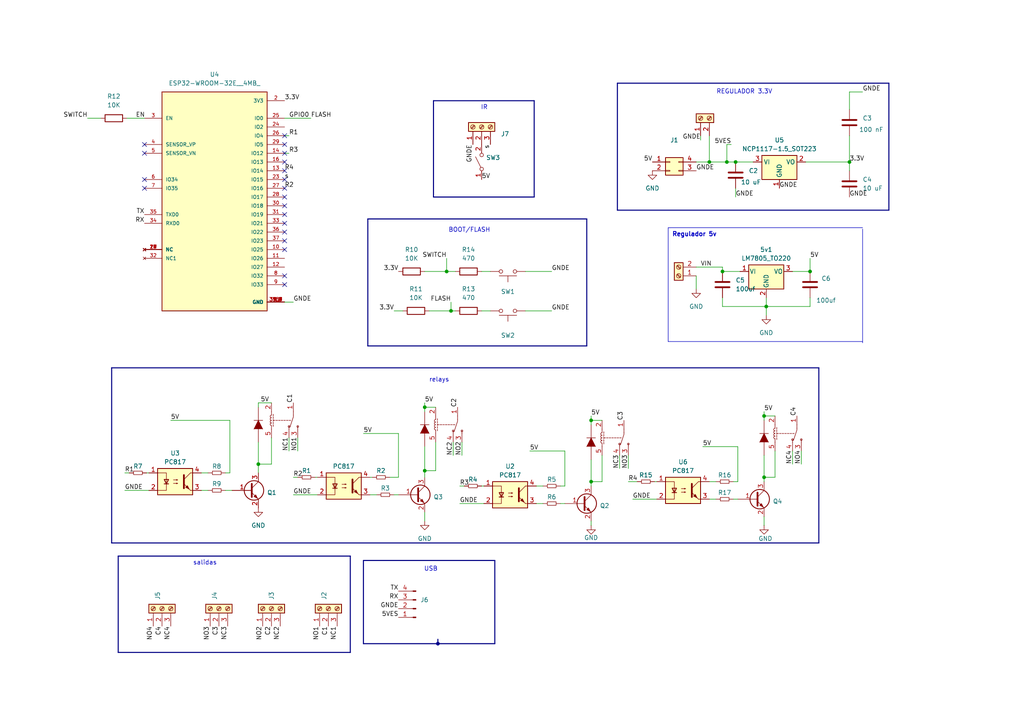
<source format=kicad_sch>
(kicad_sch (version 20250114) (generator "eeschema") (generator_version "9.0")
  (paper "A4")
  (title_block (title "Automatización WiFi") (company "Facundo Alliana / ECU Labs"))
  (lib_symbols
    (symbol "2N3904_1" (pin_names (offset 0) (hide yes))
      (property "Reference" "Q4" (at 5.08 -0.635 0))
      (symbol "2N3904_1_0_1"
        (polyline (pts (xy 0.635 1.905) (xy 0.635 -1.905) (xy 0.635 -1.905)) (stroke (width 0.508)))
        (polyline (pts (xy 0.635 0.635) (xy 2.54 2.54)))
        (polyline (pts (xy 0.635 -0.635) (xy 2.54 -2.54) (xy 2.54 -2.54)))
        (circle (center 1.27 0) (radius 2.8194) (stroke (width 0.254)))
        (polyline (pts (xy 1.27 -1.778) (xy 1.778 -1.27) (xy 2.286 -2.286) (xy 1.27 -1.778) (xy 1.27 -1.778)) (fill (type outline)))
      )
      (symbol "2N3904_1_1_1"
        (pin passive line (at -5.08 0 0) (length 5.715) (name "B") (number "1"))
        (pin passive line (at 2.54 5.08 270) (length 2.54) (name "C") (number "3"))
        (pin passive line (at 2.54 -5.08 90) (length 2.54) (name "E") (number "2"))
      )
    )
    (symbol "Connector:Conn_01x04_Pin" (pin_names (offset 1.016) (hide yes))
      (property "Reference" "J" (at 0 5.08 0))
      (property "Value" "Conn_01x04_Pin" (at 0 -7.62 0))
      (symbol "Conn_01x04_Pin_1_1"
        (rectangle (start 0.8636 2.667) (end 0 2.413) (stroke (width 0.1524)) (fill (type outline)))
        (rectangle (start 0.8636 0.127) (end 0 -0.127) (stroke (width 0.1524)) (fill (type outline)))
        (rectangle (start 0.8636 -2.413) (end 0 -2.667) (stroke (width 0.1524)) (fill (type outline)))
        (rectangle (start 0.8636 -4.953) (end 0 -5.207) (stroke (width 0.1524)) (fill (type outline)))
        (polyline (pts (xy 1.27 2.54) (xy 0.8636 2.54)) (stroke (width 0.1524)))
        (polyline (pts (xy 1.27 0) (xy 0.8636 0)) (stroke (width 0.1524)))
        (polyline (pts (xy 1.27 -2.54) (xy 0.8636 -2.54)) (stroke (width 0.1524)))
        (polyline (pts (xy 1.27 -5.08) (xy 0.8636 -5.08)) (stroke (width 0.1524)))
        (pin passive line (at 5.08 2.54 180) (length 3.81) (name "Pin_1") (number "1"))
        (pin passive line (at 5.08 0 180) (length 3.81) (name "Pin_2") (number "2"))
        (pin passive line (at 5.08 -2.54 180) (length 3.81) (name "Pin_3") (number "3"))
        (pin passive line (at 5.08 -5.08 180) (length 3.81) (name "Pin_4") (number "4"))
      )
    )
    (symbol "Connector:Screw_Terminal_01x02" (pin_names (offset 1.016) (hide yes))
      (property "Reference" "J" (at 0 2.54 0))
      (property "Value" "Screw_Terminal_01x02" (at 0 -5.08 0))
      (symbol "Screw_Terminal_01x02_1_1"
        (rectangle (start -1.27 1.27) (end 1.27 -3.81) (stroke (width 0.254)) (fill (type background)))
        (polyline (pts (xy -0.5334 0.3302) (xy 0.3302 -0.508)) (stroke (width 0.1524)))
        (polyline (pts (xy -0.5334 -2.2098) (xy 0.3302 -3.048)) (stroke (width 0.1524)))
        (polyline (pts (xy -0.3556 0.508) (xy 0.508 -0.3302)) (stroke (width 0.1524)))
        (polyline (pts (xy -0.3556 -2.032) (xy 0.508 -2.8702)) (stroke (width 0.1524)))
        (circle (center 0 0) (radius 0.635) (stroke (width 0.1524)))
        (circle (center 0 -2.54) (radius 0.635) (stroke (width 0.1524)))
        (pin passive line (at -5.08 0 0) (length 3.81) (name "Pin_1") (number "1"))
        (pin passive line (at -5.08 -2.54 0) (length 3.81) (name "Pin_2") (number "2"))
      )
    )
    (symbol "Connector:Screw_Terminal_01x03" (pin_names (offset 1.016) (hide yes))
      (property "Reference" "J" (at 0 5.08 0))
      (property "Value" "Screw_Terminal_01x03" (at 0 -5.08 0))
      (symbol "Screw_Terminal_01x03_1_1"
        (rectangle (start -1.27 3.81) (end 1.27 -3.81) (stroke (width 0.254)) (fill (type background)))
        (polyline (pts (xy -0.5334 2.8702) (xy 0.3302 2.032)) (stroke (width 0.1524)))
        (polyline (pts (xy -0.5334 0.3302) (xy 0.3302 -0.508)) (stroke (width 0.1524)))
        (polyline (pts (xy -0.5334 -2.2098) (xy 0.3302 -3.048)) (stroke (width 0.1524)))
        (polyline (pts (xy -0.3556 3.048) (xy 0.508 2.2098)) (stroke (width 0.1524)))
        (polyline (pts (xy -0.3556 0.508) (xy 0.508 -0.3302)) (stroke (width 0.1524)))
        (polyline (pts (xy -0.3556 -2.032) (xy 0.508 -2.8702)) (stroke (width 0.1524)))
        (circle (center 0 2.54) (radius 0.635) (stroke (width 0.1524)))
        (circle (center 0 0) (radius 0.635) (stroke (width 0.1524)))
        (circle (center 0 -2.54) (radius 0.635) (stroke (width 0.1524)))
        (pin passive line (at -5.08 2.54 0) (length 3.81) (name "Pin_1") (number "1"))
        (pin passive line (at -5.08 0 0) (length 3.81) (name "Pin_2") (number "2"))
        (pin passive line (at -5.08 -2.54 0) (length 3.81) (name "Pin_3") (number "3"))
      )
    )
    (symbol "Connector_Generic:Conn_02x02_Counter_Clockwise" (pin_names (offset 1.016) (hide yes))
      (property "Reference" "J" (at 1.27 2.54 0))
      (property "Value" "Conn_02x02_Counter_Clockwise" (at 1.27 -5.08 0))
      (symbol "Conn_02x02_Counter_Clockwise_1_1"
        (rectangle (start -1.27 1.27) (end 3.81 -3.81) (stroke (width 0.254)) (fill (type background)))
        (rectangle (start -1.27 0.127) (end 0 -0.127) (stroke (width 0.1524)))
        (rectangle (start -1.27 -2.413) (end 0 -2.667) (stroke (width 0.1524)))
        (rectangle (start 3.81 0.127) (end 2.54 -0.127) (stroke (width 0.1524)))
        (rectangle (start 3.81 -2.413) (end 2.54 -2.667) (stroke (width 0.1524)))
        (pin passive line (at -5.08 0 0) (length 3.81) (name "Pin_1") (number "1"))
        (pin passive line (at -5.08 -2.54 0) (length 3.81) (name "Pin_2") (number "2"))
        (pin passive line (at 7.62 0 180) (length 3.81) (name "Pin_4") (number "4"))
        (pin passive line (at 7.62 -2.54 180) (length 3.81) (name "Pin_3") (number "3"))
      )
    )
    (symbol "Device:C" (pin_numbers (hide yes)) (pin_names (offset 0.254))
      (property "Reference" "C" (at 0.635 2.54 0))
      (property "Value" "C" (at 0.635 -2.54 0))
      (symbol "C_0_1"
        (polyline (pts (xy -2.032 0.762) (xy 2.032 0.762)) (stroke (width 0.508)))
        (polyline (pts (xy -2.032 -0.762) (xy 2.032 -0.762)) (stroke (width 0.508)))
      )
      (symbol "C_1_1"
        (pin passive line (at 0 3.81 270) (length 2.794) (name "~") (number "1"))
        (pin passive line (at 0 -3.81 90) (length 2.794) (name "~") (number "2"))
      )
    )
    (symbol "Device:R" (pin_numbers (hide yes)) (pin_names (offset 0))
      (property "Reference" "R" (at 2.032 0 90))
      (property "Value" "R" (at 0 0 90))
      (symbol "R_0_1"
        (rectangle (start -1.016 -2.54) (end 1.016 2.54) (stroke (width 0.254)))
      )
      (symbol "R_1_1"
        (pin passive line (at 0 3.81 270) (length 1.27) (name "~") (number "1"))
        (pin passive line (at 0 -3.81 90) (length 1.27) (name "~") (number "2"))
      )
    )
    (symbol "EESTN5:DIODE" (pin_numbers (hide yes)) (pin_names (offset 1.016) (hide yes))
      (property "Reference" "D" (at 0 2.54 0))
      (property "Value" "DIODE" (at 0 -2.54 0))
      (symbol "DIODE_0_1"
        (polyline (pts (xy -1.27 1.27) (xy 1.27 0) (xy -1.27 -1.27)) (fill (type outline)))
        (polyline (pts (xy 1.27 1.27) (xy 1.27 -1.27)) (stroke (width 0.1524)))
      )
      (symbol "DIODE_1_1"
        (pin passive line (at -5.08 0 0) (length 3.81) (name "A") (number "1"))
        (pin passive line (at 5.08 0 180) (length 3.81) (name "K") (number "2"))
      )
    )
    (symbol "EESTN5:R" (pin_numbers (hide yes)) (pin_names (offset 0))
      (property "Reference" "R" (at -1.27 0 90))
      (property "Value" "R" (at 1.27 0 90))
      (symbol "R_0_1"
        (rectangle (start 0.508 1.27) (end -0.508 -1.27))
      )
      (symbol "R_1_1"
        (pin passive line (at 0 2.54 270) (length 1.27) (name "~") (number "1"))
        (pin passive line (at 0 -2.54 90) (length 1.27) (name "~") (number "2"))
      )
    )
    (symbol "EESTN5:RELAY_C" (pin_names (offset 1.016))
      (property "Reference" "K" (at 0 6.35 0))
      (property "Value" "RELAY_C" (at 0 -5.969 0))
      (symbol "RELAY_C_0_1"
        (polyline (pts (xy -1.778 3.302) (xy -1.27 3.302) (xy -1.27 3.302)))
        (polyline (pts (xy -1.524 3.81) (xy -2.54 3.81) (xy -2.54 3.81)))
        (polyline (pts (xy -1.524 -2.54) (xy -2.54 -2.54) (xy -2.54 -2.54)))
        (polyline (pts (xy -1.524 -2.54) (xy -1.016 -2.54) (xy 2.032 -1.524) (xy 2.032 -1.524)))
        (arc (start -1.524 3.81) (mid -1.143 4.1894) (end -0.762 3.81))
        (polyline (pts (xy -1.016 3.302) (xy -0.508 3.302) (xy -0.508 3.302)))
        (arc (start -0.762 3.81) (mid -0.381 4.1894) (end 0 3.81))
        (polyline (pts (xy -0.254 3.302) (xy 0.254 3.302) (xy 0.254 3.302)))
        (polyline (pts (xy 0 3.302) (xy 0 2.794) (xy 0 2.794)))
        (polyline (pts (xy 0 2.54) (xy 0 2.032) (xy 0 2.032)))
        (polyline (pts (xy 0 1.778) (xy 0 1.27) (xy 0 1.27)))
        (polyline (pts (xy 0 1.016) (xy 0 0.508) (xy 0 0.508)))
        (polyline (pts (xy 0 0.254) (xy 0 -0.254) (xy 0 -0.254)))
        (polyline (pts (xy 0 -0.508) (xy 0 -1.016) (xy 0 -1.016)))
        (polyline (pts (xy 0 -1.27) (xy 0 -1.778) (xy 0 -1.778)))
        (arc (start 0 3.81) (mid 0.381 4.1894) (end 0.762 3.81))
        (polyline (pts (xy 0.508 3.302) (xy 1.016 3.302) (xy 1.016 3.302)))
        (arc (start 0.762 3.81) (mid 1.143 4.1894) (end 1.524 3.81))
        (polyline (pts (xy 1.27 3.302) (xy 1.778 3.302) (xy 1.778 3.302)))
        (polyline (pts (xy 1.524 3.81) (xy 2.54 3.81) (xy 2.54 3.81)))
        (circle (center 1.778 -1.27) (radius 0.254))
        (circle (center 1.778 -3.81) (radius 0.254))
        (polyline (pts (xy 2.54 -1.27) (xy 1.778 -1.27) (xy 1.778 -1.27)))
        (polyline (pts (xy 2.54 -3.81) (xy 1.778 -3.81) (xy 1.778 -3.81)))
      )
      (symbol "RELAY_C_1_1"
        (pin passive line (at -5.08 3.81 0) (length 2.54) (name "~") (number "2"))
        (pin passive line (at -5.08 -2.54 0) (length 2.54) (name "~") (number "1"))
        (pin passive line (at 5.08 3.81 180) (length 2.54) (name "~") (number "5"))
        (pin passive line (at 5.08 -1.27 180) (length 2.54) (name "~") (number "4"))
        (pin passive line (at 5.08 -3.81 180) (length 2.54) (name "~") (number "3"))
      )
    )
    (symbol "EESTN5:SW_Push" (pin_numbers (hide yes)) (pin_names (offset 1.016) (hide yes))
      (property "Reference" "SW" (at 1.27 2.54 0))
      (symbol "SW_Push_0_1"
        (circle (center -2.032 0) (radius 0.508))
        (polyline (pts (xy 0 1.27) (xy 0 3.048)))
        (circle (center 2.032 0) (radius 0.508))
        (polyline (pts (xy 2.54 1.27) (xy -2.54 1.27)))
        (pin passive line (at -5.08 0 0) (length 2.54) (name "1") (number "1"))
        (pin passive line (at 5.08 0 180) (length 2.54) (name "2") (number "2"))
      )
    )
    (symbol "ESP32-WROOM-32E__4MB_:ESP32-WROOM-32E__4MB_" (pin_names (offset 1.016))
      (property "Reference" "U" (at -15.24 33.909 0))
      (property "Value" "ESP32-WROOM-32E__4MB_" (at -15.24 -33.02 0))
      (symbol "ESP32-WROOM-32E__4MB__0_0"
        (rectangle (start -15.24 -30.48) (end 15.24 33.02) (stroke (width 0.254)) (fill (type background)))
        (pin input line (at -20.32 25.4 0) (length 5.08) (name "EN") (number "3"))
        (pin input line (at -20.32 17.78 0) (length 5.08) (name "SENSOR_VP") (number "4"))
        (pin input line (at -20.32 15.24 0) (length 5.08) (name "SENSOR_VN") (number "5"))
        (pin input line (at -20.32 7.62 0) (length 5.08) (name "IO34") (number "6"))
        (pin input line (at -20.32 5.08 0) (length 5.08) (name "IO35") (number "7"))
        (pin bidirectional line (at -20.32 -2.54 0) (length 5.08) (name "TXD0") (number "35"))
        (pin bidirectional line (at -20.32 -5.08 0) (length 5.08) (name "RXD0") (number "34"))
        (pin no_connect line (at -20.32 -12.7 0) (length 5.08) (name "NC") (number "17"))
        (pin no_connect line (at -20.32 -12.7 0) (length 5.08) (name "NC") (number "18"))
        (pin no_connect line (at -20.32 -12.7 0) (length 5.08) (name "NC") (number "19"))
        (pin no_connect line (at -20.32 -12.7 0) (length 5.08) (name "NC") (number "20"))
        (pin no_connect line (at -20.32 -12.7 0) (length 5.08) (name "NC") (number "21"))
        (pin no_connect line (at -20.32 -12.7 0) (length 5.08) (name "NC") (number "22"))
        (pin no_connect line (at -20.32 -15.24 0) (length 5.08) (name "NC1") (number "32"))
        (pin power_in line (at 20.32 30.48 180) (length 5.08) (name "3V3") (number "2"))
        (pin bidirectional line (at 20.32 25.4 180) (length 5.08) (name "IO0") (number "25"))
        (pin bidirectional line (at 20.32 22.86 180) (length 5.08) (name "IO2") (number "24"))
        (pin bidirectional line (at 20.32 20.32 180) (length 5.08) (name "IO4") (number "26"))
        (pin bidirectional line (at 20.32 17.78 180) (length 5.08) (name "IO5") (number "29"))
        (pin bidirectional line (at 20.32 15.24 180) (length 5.08) (name "IO12") (number "14"))
        (pin bidirectional line (at 20.32 12.7 180) (length 5.08) (name "IO13") (number "16"))
        (pin bidirectional line (at 20.32 10.16 180) (length 5.08) (name "IO14") (number "13"))
        (pin bidirectional line (at 20.32 7.62 180) (length 5.08) (name "IO15") (number "23"))
        (pin bidirectional line (at 20.32 5.08 180) (length 5.08) (name "IO16") (number "27"))
        (pin bidirectional line (at 20.32 2.54 180) (length 5.08) (name "IO17") (number "28"))
        (pin bidirectional line (at 20.32 0 180) (length 5.08) (name "IO18") (number "30"))
        (pin bidirectional line (at 20.32 -2.54 180) (length 5.08) (name "IO19") (number "31"))
        (pin bidirectional line (at 20.32 -5.08 180) (length 5.08) (name "IO21") (number "33"))
        (pin bidirectional line (at 20.32 -7.62 180) (length 5.08) (name "IO22") (number "36"))
        (pin bidirectional line (at 20.32 -10.16 180) (length 5.08) (name "IO23") (number "37"))
        (pin bidirectional line (at 20.32 -12.7 180) (length 5.08) (name "IO25") (number "10"))
        (pin bidirectional line (at 20.32 -15.24 180) (length 5.08) (name "IO26") (number "11"))
        (pin bidirectional line (at 20.32 -17.78 180) (length 5.08) (name "IO27") (number "12"))
        (pin bidirectional line (at 20.32 -20.32 180) (length 5.08) (name "IO32") (number "8"))
        (pin bidirectional line (at 20.32 -22.86 180) (length 5.08) (name "IO33") (number "9"))
        (pin power_in line (at 20.32 -27.94 180) (length 5.08) (name "GND") (number "1"))
        (pin power_in line (at 20.32 -27.94 180) (length 5.08) (name "GND") (number "15"))
        (pin power_in line (at 20.32 -27.94 180) (length 5.08) (name "GND") (number "38"))
        (pin power_in line (at 20.32 -27.94 180) (length 5.08) (name "GND") (number "39_1"))
        (pin power_in line (at 20.32 -27.94 180) (length 5.08) (name "GND") (number "39_2"))
        (pin power_in line (at 20.32 -27.94 180) (length 5.08) (name "GND") (number "39_3"))
        (pin power_in line (at 20.32 -27.94 180) (length 5.08) (name "GND") (number "39_4"))
        (pin power_in line (at 20.32 -27.94 180) (length 5.08) (name "GND") (number "39_5"))
        (pin power_in line (at 20.32 -27.94 180) (length 5.08) (name "GND") (number "39_6"))
        (pin power_in line (at 20.32 -27.94 180) (length 5.08) (name "GND") (number "39_7"))
        (pin power_in line (at 20.32 -27.94 180) (length 5.08) (name "GND") (number "39_8"))
        (pin power_in line (at 20.32 -27.94 180) (length 5.08) (name "GND") (number "39_9"))
      )
    )
    (symbol "Isolator:PC817" (pin_names (offset 1.016))
      (property "Reference" "U" (at -5.08 5.08 0))
      (property "Value" "PC817" (at 0 5.08 0))
      (symbol "PC817_0_1"
        (rectangle (start -5.08 3.81) (end 5.08 -3.81) (stroke (width 0.254)) (fill (type background)))
        (polyline (pts (xy -5.08 2.54) (xy -2.54 2.54) (xy -2.54 -0.635)))
        (polyline (pts (xy -3.175 -0.635) (xy -1.905 -0.635)) (stroke (width 0.254)))
        (polyline (pts (xy -2.54 -0.635) (xy -2.54 -2.54) (xy -5.08 -2.54)))
        (polyline (pts (xy -2.54 -0.635) (xy -3.175 0.635) (xy -1.905 0.635) (xy -2.54 -0.635)) (stroke (width 0.254)))
        (polyline (pts (xy -0.508 0.508) (xy 0.762 0.508) (xy 0.381 0.381) (xy 0.381 0.635) (xy 0.762 0.508)))
        (polyline (pts (xy -0.508 -0.508) (xy 0.762 -0.508) (xy 0.381 -0.635) (xy 0.381 -0.381) (xy 0.762 -0.508)))
        (polyline (pts (xy 2.54 1.905) (xy 2.54 -1.905) (xy 2.54 -1.905)) (stroke (width 0.508)))
        (polyline (pts (xy 2.54 0.635) (xy 4.445 2.54)))
        (polyline (pts (xy 3.048 -1.651) (xy 3.556 -1.143) (xy 4.064 -2.159) (xy 3.048 -1.651) (xy 3.048 -1.651)) (fill (type outline)))
        (polyline (pts (xy 4.445 2.54) (xy 5.08 2.54)))
        (polyline (pts (xy 4.445 -2.54) (xy 2.54 -0.635)) (fill (type outline)))
        (polyline (pts (xy 4.445 -2.54) (xy 5.08 -2.54)))
      )
      (symbol "PC817_1_1"
        (pin passive line (at -7.62 2.54 0) (length 2.54) (name "~") (number "1"))
        (pin passive line (at -7.62 -2.54 0) (length 2.54) (name "~") (number "2"))
        (pin passive line (at 7.62 2.54 180) (length 2.54) (name "~") (number "4"))
        (pin passive line (at 7.62 -2.54 180) (length 2.54) (name "~") (number "3"))
      )
    )
    (symbol "Regulator_Linear:LM7805_TO220" (pin_names (offset 0.254))
      (property "Reference" "U" (at -3.81 3.175 0))
      (property "Value" "LM7805_TO220" (at 0 3.175 0))
      (symbol "LM7805_TO220_0_1"
        (rectangle (start -5.08 1.905) (end 5.08 -5.08) (stroke (width 0.254)) (fill (type background)))
      )
      (symbol "LM7805_TO220_1_1"
        (pin power_in line (at -7.62 0 0) (length 2.54) (name "VI") (number "1"))
        (pin power_in line (at 0 -7.62 90) (length 2.54) (name "GND") (number "2"))
        (pin power_out line (at 7.62 0 180) (length 2.54) (name "VO") (number "3"))
      )
    )
    (symbol "Regulator_Linear:NCP1117-1.5_SOT223"
      (property "Reference" "U" (at -3.81 3.175 0))
      (property "Value" "NCP1117-1.5_SOT223" (at 0 3.175 0))
      (symbol "NCP1117-1.5_SOT223_0_1"
        (rectangle (start -5.08 -5.08) (end 5.08 1.905) (stroke (width 0.254)) (fill (type background)))
      )
      (symbol "NCP1117-1.5_SOT223_1_1"
        (pin power_in line (at -7.62 0 0) (length 2.54) (name "VI") (number "3"))
        (pin power_in line (at 0 -7.62 90) (length 2.54) (name "GND") (number "1"))
        (pin power_out line (at 7.62 0 180) (length 2.54) (name "VO") (number "2"))
      )
    )
    (symbol "Switch:SW_SPST" (pin_names (offset 0) (hide yes))
      (property "Reference" "SW" (at 0 3.175 0))
      (property "Value" "SW_SPST" (at 0 -2.54 0))
      (symbol "SW_SPST_0_0"
        (circle (center -2.032 0) (radius 0.508))
        (polyline (pts (xy -1.524 0.254) (xy 1.524 1.778)))
        (circle (center 2.032 0) (radius 0.508))
      )
      (symbol "SW_SPST_1_1"
        (pin passive line (at -5.08 0 0) (length 2.54) (name "A") (number "1"))
        (pin passive line (at 5.08 0 180) (length 2.54) (name "B") (number "2"))
      )
    )
    (symbol "power:GND" (power) (pin_numbers (hide yes)) (pin_names (offset 0) (hide yes))
      (property "Value" "GND" (at 0 -3.81 0))
      (symbol "GND_0_1"
        (polyline (pts (xy 0 0) (xy 0 -1.27) (xy 1.27 -1.27) (xy 0 -2.54) (xy -1.27 -1.27) (xy 0 -1.27)))
      )
      (symbol "GND_1_1"
        (pin power_in line (at 0 0 270) (length 0) (name "~") (number "1"))
      )
    )
  )
  (text "BOOT/FLASH" (at 136.144 66.802 0) (effects (font (size 1.27 1.27))))
  (text "salidas \n" (at 59.944 163.322 0) (effects (font (size 1.27 1.27))))
  (text "USB\n" (at 124.968 165.1 0) (effects (font (size 1.27 1.27))))
  (text "Regulador 5v\n" (at 201.422 68.072 0) (effects (font (size 1.27 1.27) (thickness 0.254) (bold yes))))
  (text "REGULADOR 3.3V\n" (at 215.9 26.67 0) (effects (font (size 1.27 1.27))))
  (text "relays\n" (at 127.381 110.236 0) (effects (font (size 1.27 1.27))))
  (text "IR\n" (at 140.462 31.242 0) (effects (font (size 1.27 1.27))))
  (junction (at 129.54 78.74))
  (junction (at 171.45 139.7))
  (junction (at 127 186.69))
  (junction (at 210.82 46.99))
  (junction (at 123.19 136.525))
  (junction (at 123.19 118.11))
  (junction (at 221.615 120.65))
  (junction (at 74.93 134.62))
  (junction (at 205.74 46.99))
  (junction (at 222.25 88.9))
  (junction (at 171.45 121.92))
  (junction (at 221.615 138.43))
  (junction (at 130.81 90.17))
  (junction (at 234.95 78.74))
  (junction (at 213.36 46.99))
  (junction (at 209.55 78.74))
  (junction (at 246.38 46.99))
  (no_connect (at 41.91 44.45))
  (no_connect (at 82.55 72.39))
  (no_connect (at 82.55 57.15))
  (no_connect (at 82.55 44.45))
  (no_connect (at 82.55 82.55))
  (no_connect (at 82.55 49.53))
  (no_connect (at 82.55 69.85))
  (no_connect (at 82.55 62.23))
  (no_connect (at 82.55 64.77))
  (no_connect (at 41.91 54.61))
  (no_connect (at 82.55 59.69))
  (no_connect (at 82.55 46.99))
  (no_connect (at 82.55 67.31))
  (no_connect (at 82.55 39.37))
  (no_connect (at 41.91 52.07))
  (no_connect (at 82.55 54.61))
  (no_connect (at 82.55 52.07))
  (no_connect (at 82.55 41.91))
  (no_connect (at 41.91 41.91))
  (no_connect (at 82.55 80.01))
  (wire (pts (xy 58.42 137.16) (xy 60.325 137.16)))
  (wire (pts (xy 86.36 130.81) (xy 86.36 127)))
  (wire (pts (xy 123.19 136.525) (xy 123.19 138.43)))
  (bus (pts (xy 143.51 162.56) (xy 105.41 162.56)))
  (bus (pts (xy 179.07 24.13) (xy 179.07 60.96)))
  (wire (pts (xy 85.09 143.51) (xy 92.075 143.51)))
  (wire (pts (xy 114.3 143.51) (xy 115.57 143.51)))
  (wire (pts (xy 224.79 138.43) (xy 224.79 130.81)))
  (wire (pts (xy 139.7 140.97) (xy 140.335 140.97)))
  (wire (pts (xy 221.615 120.65) (xy 224.79 120.65)))
  (wire (pts (xy 221.615 132.08) (xy 221.615 138.43)))
  (wire (pts (xy 65.405 142.24) (xy 67.31 142.24)))
  (wire (pts (xy 123.19 119.38) (xy 123.19 118.11)))
  (wire (pts (xy 183.515 144.78) (xy 190.5 144.78)))
  (wire (pts (xy 162.56 140.97) (xy 163.83 140.97)))
  (wire (pts (xy 152.4 78.74) (xy 160.02 78.74)))
  (wire (pts (xy 203.835 129.54) (xy 213.995 129.54)))
  (wire (pts (xy 171.45 121.92) (xy 174.625 121.92)))
  (wire (pts (xy 222.25 88.9) (xy 234.95 88.9)))
  (wire (pts (xy 133.35 146.05) (xy 140.335 146.05)))
  (wire (pts (xy 212.09 41.91) (xy 210.82 41.91)))
  (bus (pts (xy 101.6 161.29) (xy 34.29 161.29)))
  (bus (pts (xy 106.68 100.33) (xy 170.18 100.33)))
  (bus (pts (xy 257.81 24.13) (xy 179.07 24.13)))
  (wire (pts (xy 213.995 129.54) (xy 213.995 139.7)))
  (wire (pts (xy 123.19 118.11) (xy 126.365 118.11)))
  (bus (pts (xy 257.81 60.96) (xy 257.81 24.13)))
  (wire (pts (xy 123.19 148.59) (xy 123.19 151.13)))
  (wire (pts (xy 49.53 121.92) (xy 66.675 121.92)))
  (wire (pts (xy 133.985 132.08) (xy 133.985 128.27)))
  (wire (pts (xy 171.45 139.7) (xy 171.45 140.97)))
  (wire (pts (xy 85.09 87.63) (xy 82.55 87.63)))
  (wire (pts (xy 155.575 146.05) (xy 157.48 146.05)))
  (wire (pts (xy 209.55 77.47) (xy 209.55 78.74)))
  (bus (pts (xy 125.73 57.15) (xy 154.94 57.15)))
  (bus (pts (xy 179.07 60.96) (xy 257.81 60.96)))
  (bus (pts (xy 170.18 63.5) (xy 106.68 63.5)))
  (bus (pts (xy 106.68 63.5) (xy 106.68 100.33)))
  (wire (pts (xy 213.36 46.99) (xy 218.44 46.99)))
  (wire (pts (xy 222.25 88.9) (xy 222.25 86.36)))
  (bus (pts (xy 154.94 29.21) (xy 125.73 29.21)))
  (wire (pts (xy 82.55 34.29) (xy 90.17 34.29)))
  (wire (pts (xy 163.83 130.81) (xy 163.83 140.97)))
  (wire (pts (xy 232.41 134.62) (xy 232.41 130.81)))
  (wire (pts (xy 246.38 31.75) (xy 246.38 26.67)))
  (wire (pts (xy 171.45 151.13) (xy 171.45 152.4)))
  (wire (pts (xy 74.93 118.11) (xy 74.93 116.84)))
  (bus (pts (xy 32.385 157.48) (xy 32.385 106.68)))
  (bus (pts (xy 105.41 162.56) (xy 105.41 186.69)))
  (wire (pts (xy 36.195 142.24) (xy 43.18 142.24)))
  (wire (pts (xy 174.625 139.7) (xy 174.625 132.08)))
  (wire (pts (xy 83.82 39.37) (xy 82.55 39.37)))
  (wire (pts (xy 210.82 46.99) (xy 213.36 46.99)))
  (wire (pts (xy 246.38 26.67) (xy 250.19 26.67)))
  (wire (pts (xy 171.45 133.35) (xy 171.45 139.7)))
  (wire (pts (xy 133.35 140.97) (xy 134.62 140.97)))
  (wire (pts (xy 105.41 125.73) (xy 115.57 125.73)))
  (bus (pts (xy 170.18 100.33) (xy 170.18 63.5)))
  (bus (pts (xy 143.51 186.69) (xy 143.51 162.56)))
  (wire (pts (xy 221.615 149.86) (xy 221.615 152.4)))
  (wire (pts (xy 74.93 116.84) (xy 78.74 116.84)))
  (wire (pts (xy 205.74 144.78) (xy 207.645 144.78)))
  (wire (pts (xy 201.93 77.47) (xy 209.55 77.47)))
  (wire (pts (xy 153.67 130.81) (xy 163.83 130.81)))
  (wire (pts (xy 162.56 146.05) (xy 163.83 146.05)))
  (wire (pts (xy 179.705 135.89) (xy 179.705 132.08)))
  (wire (pts (xy 234.95 74.93) (xy 234.95 78.74)))
  (wire (pts (xy 234.95 86.36) (xy 234.95 88.9)))
  (wire (pts (xy 123.19 136.525) (xy 126.365 136.525)))
  (wire (pts (xy 171.45 123.19) (xy 171.45 121.92)))
  (wire (pts (xy 203.2 40.64) (xy 203.2 39.37)))
  (bus (pts (xy 32.385 157.48) (xy 237.49 157.48)))
  (wire (pts (xy 113.03 138.43) (xy 115.57 138.43)))
  (wire (pts (xy 209.55 78.74) (xy 214.63 78.74)))
  (bus (pts (xy 105.41 186.69) (xy 127 186.69)))
  (wire (pts (xy 201.93 83.82) (xy 201.93 80.01)))
  (wire (pts (xy 229.87 134.62) (xy 229.87 130.81)))
  (wire (pts (xy 222.25 88.9) (xy 222.25 91.44)))
  (wire (pts (xy 114.3 90.17) (xy 116.84 90.17)))
  (wire (pts (xy 205.74 139.7) (xy 207.645 139.7)))
  (bus (pts (xy 127 186.69) (xy 143.51 186.69)))
  (bus (pts (xy 127 186.69) (xy 127 185.42)))
  (wire (pts (xy 139.7 78.74) (xy 142.24 78.74)))
  (bus (pts (xy 32.385 106.68) (xy 237.49 106.68)))
  (wire (pts (xy 182.245 135.89) (xy 182.245 132.08)))
  (wire (pts (xy 229.87 78.74) (xy 234.95 78.74)))
  (wire (pts (xy 221.615 138.43) (xy 221.615 139.7)))
  (wire (pts (xy 221.615 138.43) (xy 224.79 138.43)))
  (wire (pts (xy 130.81 87.63) (xy 130.81 90.17)))
  (wire (pts (xy 91.44 138.43) (xy 92.075 138.43)))
  (wire (pts (xy 212.725 144.78) (xy 213.995 144.78)))
  (bus (pts (xy 101.6 189.23) (xy 101.6 161.29)))
  (wire (pts (xy 205.74 46.99) (xy 210.82 46.99)))
  (wire (pts (xy 209.55 88.9) (xy 222.25 88.9)))
  (wire (pts (xy 115.57 125.73) (xy 115.57 138.43)))
  (wire (pts (xy 74.93 128.27) (xy 74.93 134.62)))
  (wire (pts (xy 126.365 136.525) (xy 126.365 128.27)))
  (wire (pts (xy 83.82 130.81) (xy 83.82 127)))
  (wire (pts (xy 213.36 57.15) (xy 213.36 54.61)))
  (wire (pts (xy 107.315 138.43) (xy 107.95 138.43)))
  (wire (pts (xy 123.19 129.54) (xy 123.19 136.525)))
  (wire (pts (xy 221.615 119.38) (xy 221.615 120.65)))
  (wire (pts (xy 233.68 46.99) (xy 246.38 46.99)))
  (wire (pts (xy 25.4 34.29) (xy 29.21 34.29)))
  (bus (pts (xy 154.94 57.15) (xy 154.94 29.21)))
  (wire (pts (xy 78.74 134.62) (xy 78.74 127)))
  (bus (pts (xy 34.29 189.23) (xy 101.6 189.23)))
  (polyline (pts (xy 193.802 66.04) (xy 250.19 66.04)))
  (wire (pts (xy 74.93 134.62) (xy 78.74 134.62)))
  (wire (pts (xy 123.19 116.84) (xy 123.19 118.11)))
  (wire (pts (xy 171.45 139.7) (xy 174.625 139.7)))
  (wire (pts (xy 246.38 46.99) (xy 246.38 49.53)))
  (wire (pts (xy 212.725 139.7) (xy 213.995 139.7)))
  (wire (pts (xy 131.445 132.08) (xy 131.445 128.27)))
  (wire (pts (xy 129.54 78.74) (xy 132.08 78.74)))
  (bus (pts (xy 125.73 29.21) (xy 125.73 57.15)))
  (wire (pts (xy 246.38 46.99) (xy 246.38 39.37)))
  (wire (pts (xy 152.4 90.17) (xy 160.02 90.17)))
  (wire (pts (xy 107.315 143.51) (xy 109.22 143.51)))
  (wire (pts (xy 205.74 39.37) (xy 205.74 46.99)))
  (wire (pts (xy 201.93 46.99) (xy 205.74 46.99)))
  (bus (pts (xy 237.49 157.48) (xy 237.49 106.68)))
  (wire (pts (xy 85.09 138.43) (xy 86.36 138.43)))
  (wire (pts (xy 123.19 78.74) (xy 129.54 78.74)))
  (wire (pts (xy 83.82 44.45) (xy 82.55 44.45)))
  (wire (pts (xy 66.675 121.92) (xy 66.675 137.16)))
  (wire (pts (xy 221.615 121.92) (xy 221.615 120.65)))
  (wire (pts (xy 58.42 142.24) (xy 60.325 142.24)))
  (wire (pts (xy 74.93 134.62) (xy 74.93 137.16)))
  (wire (pts (xy 129.54 74.93) (xy 129.54 78.74)))
  (wire (pts (xy 36.83 34.29) (xy 41.91 34.29)))
  (wire (pts (xy 36.195 137.16) (xy 37.465 137.16)))
  (wire (pts (xy 182.245 139.7) (xy 184.785 139.7)))
  (wire (pts (xy 124.46 90.17) (xy 130.81 90.17)))
  (polyline (pts (xy 250.19 99.06) (xy 193.802 99.06)))
  (wire (pts (xy 139.7 90.17) (xy 142.24 90.17)))
  (wire (pts (xy 42.545 137.16) (xy 43.18 137.16)))
  (polyline (pts (xy 193.802 66.04) (xy 193.802 99.06)))
  (wire (pts (xy 171.45 120.65) (xy 171.45 121.92)))
  (wire (pts (xy 209.55 86.36) (xy 209.55 88.9)))
  (polyline (pts (xy 250.19 66.421) (xy 250.19 99.441)))
  (wire (pts (xy 130.81 90.17) (xy 132.08 90.17)))
  (wire (pts (xy 210.82 41.91) (xy 210.82 46.99)))
  (bus (pts (xy 34.29 161.29) (xy 34.29 189.23)))
  (wire (pts (xy 155.575 140.97) (xy 157.48 140.97)))
  (wire (pts (xy 65.405 137.16) (xy 66.675 137.16)))
  (wire (pts (xy 189.865 139.7) (xy 190.5 139.7)))
  (label "GNDE" (at 160.02 78.74 0))
  (label "NO3" (at 60.96 181.61 270))
  (label "GNDE" (at 203.2 40.64 180))
  (label "NO4" (at 44.45 181.61 270))
  (label "EN" (at 39.37 34.29 0))
  (label "C1" (at 85.09 116.84 90))
  (label "C2" (at 78.74 181.61 270))
  (label "FLASH" (at 90.17 34.29 0))
  (label "NO1" (at 86.36 130.81 90))
  (label "SWITCH" (at 129.54 74.93 180))
  (label "5V" (at 171.45 120.65 0))
  (label "5V" (at 75.565 116.84 0))
  (label "R1" (at 36.195 137.16 0))
  (label "NO4" (at 232.41 134.62 90))
  (label "GNDE" (at 137.16 41.91 270))
  (label "GNDE" (at 201.93 49.53 0))
  (label "R1" (at 83.82 39.37 0))
  (label "C2" (at 132.715 118.11 90))
  (label "NC3" (at 66.04 181.61 270))
  (label "C4" (at 231.14 120.65 90))
  (label "5V" (at 189.23 46.99 180))
  (label "5V" (at 221.615 119.38 0))
  (label "SWITCH" (at 25.4 34.29 180))
  (label "R3" (at 83.82 44.45 0))
  (label "R3" (at 133.35 140.97 0))
  (label "5V" (at 203.835 129.54 0))
  (label "GNDE" (at 85.09 143.51 0))
  (label "GNDE" (at 183.515 144.78 0))
  (label "3.3V" (at 246.38 46.99 0))
  (label "C3" (at 63.5 181.61 270))
  (label "R2" (at 82.55 54.61 0))
  (label "3.3V" (at 114.3 90.17 180))
  (label "C4" (at 46.99 181.61 270))
  (label "5V" (at 139.7 52.07 0))
  (label "NC3" (at 179.705 135.89 90))
  (label "NO2" (at 76.2 181.61 270))
  (label "GNDE" (at 115.57 176.53 180))
  (label "NO3" (at 182.245 135.89 90))
  (label "5VES" (at 115.57 179.07 180))
  (label "FLASH" (at 130.81 87.63 180))
  (label "GNDE" (at 36.195 142.24 0))
  (label "RX" (at 115.57 173.99 180))
  (label "TX" (at 41.91 62.23 180))
  (label "R2" (at 85.09 138.43 0))
  (label "GNDE" (at 133.35 146.05 0))
  (label "C1" (at 95.25 181.61 270))
  (label "VIN" (at 203.2 77.47 0))
  (label "5VES" (at 212.09 41.91 180))
  (label "NC4" (at 229.87 134.62 90))
  (label "GNDE" (at 160.02 90.17 0))
  (label "GNDE" (at 213.36 57.15 0))
  (label "NO1" (at 92.71 181.61 270))
  (label "NC4" (at 49.53 181.61 270))
  (label "R4" (at 82.55 49.53 0))
  (label "GNDE" (at 85.09 87.63 0))
  (label "3.3V" (at 82.55 29.21 0))
  (label "GNDE" (at 246.38 57.15 0))
  (label "s" (at 142.24 41.91 270))
  (label "NC1" (at 83.82 130.81 90))
  (label "NC2" (at 81.28 181.61 270))
  (label "GPIO0" (at 83.82 34.29 0))
  (label "5V" (at 123.19 116.84 0))
  (label "NO2" (at 133.985 132.08 90))
  (label "3.3V" (at 115.57 78.74 180))
  (label "NC2" (at 131.445 132.08 90))
  (label "5V" (at 153.67 130.81 0))
  (label "NC1" (at 97.79 181.61 270))
  (label "C3" (at 180.975 121.92 90))
  (label "GNDE" (at 226.06 54.61 0))
  (label "5V" (at 105.41 125.73 0))
  (label "5V" (at 234.95 74.93 0))
  (label "5V" (at 49.53 121.92 0))
  (label "GNDE" (at 250.19 26.67 0))
  (label "s" (at 82.55 52.07 0))
  (label "R4" (at 182.245 139.7 0))
  (label "RX" (at 41.91 64.77 180))
  (label "TX" (at 115.57 171.45 180))
  (symbol (lib_name "2N3904_1") (lib_id "Transistor_BJT:2N3904") (at 72.39 142.24 0) (unit 1)
    (property "Reference" "Q1" (at 77.47 142.875 0) (effects (justify left)))
    (property "Value" "2N3904" (effects (hide yes)))
    (property "Footprint" "MMBT3904-Diotec-Semiconductor-Symbol-Kicad-1:P200_SOT-23" (effects (hide yes)))
    (property "Datasheet" "https://www.onsemi.com/pub/Collateral/2N3903-D.PDF" (effects (hide yes)))
  )
  (symbol (lib_id "EESTN5:R") (at 160.02 146.05 90) (unit 1)
    (property "Reference" "R6" (at 160.02 144.145 90))
    (property "Value" "R" (effects (hide yes)))
    (property "Footprint" "EESTN5:R_0805" (effects (hide yes)))
  )
  (symbol (lib_id "EESTN5:DIODE") (at 74.93 123.19 90) (unit 1)
    (property "Reference" "D3" (effects (hide yes)))
    (property "Value" "DIODE" (effects (hide yes)))
    (property "Footprint" "Diode_SMD:D_SMA" (effects (hide yes)))
  )
  (symbol (lib_id "ESP32-WROOM-32E__4MB_:ESP32-WROOM-32E__4MB_") (at 62.23 59.69 0) (unit 1)
    (property "Reference" "U4" (at 62.23 21.59 0))
    (property "Value" "ESP32-WROOM-32E__4MB_" (at 62.23 24.13 0))
    (property "Footprint" "RF_Module:ESP32-WROOM-32E" (effects (hide yes)))
    (property "Description" "Espressif Systems" (effects (hide yes)))
    (property "MAXIMUM_PACKAGE_HEIGHT" "3.25mm" (effects (hide yes)))
    (property "Package" "SMD-44 Espressif Systems" (effects (hide yes)))
    (property "Price" "None" (effects (hide yes)))
    (property "Check_prices" "https://www.snapeda.com/parts/ESP32-WROOM-32E%20(4MB)/Espressif+Systems/view-part/?ref=eda" (effects (hide yes)))
    (property "STANDARD" "Manufacturer Recommendations" (effects (hide yes)))
    (property "PARTREV" "1.4" (effects (hide yes)))
    (property "SnapEDA_Link" "https://www.snapeda.com/parts/ESP32-WROOM-32E%20(4MB)/Espressif+Systems/view-part/?ref=snap" (effects (hide yes)))
    (property "MP" "ESP32-WROOM-32E (4MB)" (effects (hide yes)))
    (property "Description_1" "\\nBluetooth, WiFi 802.11b/g/n, Bluetooth v4.2 +EDR, Class 1, 2 and 3 Transceiver Module 2.4GHz ~{} 2.5GHz Integrated, Trace Surface Mount\\n" (effects (hide yes)))
    (property "Availability" "In Stock" (effects (hide yes)))
    (property "MANUFACTURER" "Espressif Systems" (effects (hide yes)))
  )
  (symbol (lib_id "Connector:Screw_Terminal_01x03") (at 63.5 176.53 90) (unit 1)
    (property "Reference" "J4" (at 62.2299 173.99 0) (effects (justify left)))
    (property "Value" "Screw_Terminal_01x03" (effects (hide yes)))
    (property "Footprint" "TerminalBlock:TerminalBlock_bornier-3_P5.08mm" (effects (hide yes)))
    (property "Description" "Generic screw terminal, single row, 01x03, script generated (kicad-library-utils/schlib/autogen/connector/)" (effects (hide yes)))
  )
  (symbol (lib_id "EESTN5:SW_Push") (at 147.32 78.74 180) (unit 1)
    (property "Reference" "SW1" (at 147.32 84.582 0))
    (property "Value" "SW_Push" (effects (hide yes)))
    (property "Footprint" "Button_Switch_SMD:SW_SPST_B3U-1000P-B" (effects (hide yes)))
    (property "Description" "Push button switch, generic, two pins" (effects (hide yes)))
  )
  (symbol (lib_id "Device:R") (at 120.65 90.17 90) (unit 1)
    (property "Reference" "R11" (at 120.65 83.82 90))
    (property "Value" "10K" (at 120.65 86.36 90))
    (property "Footprint" "Resistor_SMD:R_0805_2012Metric_Pad1.20x1.40mm_HandSolder" (effects (hide yes)))
    (property "Description" "Resistor" (effects (hide yes)))
  )
  (symbol (lib_id "Device:C") (at 246.38 35.56 0) (unit 1)
    (property "Reference" "C3" (at 250.19 34.2899 0) (effects (justify left)))
    (property "Value" "100 nF" (at 249.174 37.592 0) (effects (justify left)))
    (property "Footprint" "Capacitor_SMD:C_0805_2012Metric_Pad1.18x1.45mm_HandSolder" (effects (hide yes)))
    (property "Description" "Unpolarized capacitor" (effects (hide yes)))
  )
  (symbol (lib_id "Switch:SW_SPST") (at 139.7 46.99 90) (unit 1)
    (property "Reference" "SW3" (at 140.97 45.7199 90) (effects (justify right)))
    (property "Value" "SW_SPST" (effects (hide yes)))
    (property "Footprint" "Button_Switch_THT:SW_DIP_SPSTx01_Slide_9.78x4.72mm_W7.62mm_P2.54mm" (effects (hide yes)))
    (property "Description" "Single Pole Single Throw (SPST) switch" (effects (hide yes)))
  )
  (symbol (lib_id "EESTN5:DIODE") (at 123.19 124.46 90) (unit 1)
    (property "Reference" "D1" (effects (hide yes)))
    (property "Value" "DIODE" (effects (hide yes)))
    (property "Footprint" "Diode_SMD:D_SMA" (effects (hide yes)))
  )
  (symbol (lib_name "2N3904_1") (lib_id "Transistor_BJT:2N3904") (at 168.91 146.05 0) (unit 1)
    (property "Reference" "Q2" (at 173.99 146.685 0) (effects (justify left)))
    (property "Value" "2N3904" (effects (hide yes)))
    (property "Footprint" "MMBT3904-Diotec-Semiconductor-Symbol-Kicad-1:P200_SOT-23" (effects (hide yes)))
    (property "Datasheet" "https://www.onsemi.com/pub/Collateral/2N3903-D.PDF" (effects (hide yes)))
  )
  (symbol (lib_id "EESTN5:R") (at 62.865 137.16 90) (unit 1)
    (property "Reference" "R8" (at 62.865 135.255 90))
    (property "Value" "R" (effects (hide yes)))
    (property "Footprint" "EESTN5:R_0805" (effects (hide yes)))
  )
  (symbol (lib_id "EESTN5:RELAY_C") (at 228.6 125.73 90) (mirror x) (unit 1)
    (property "Reference" "K4" (effects (hide yes)))
    (property "Value" "RELAY_C" (effects (hide yes)))
    (property "Footprint" "Relay_THT:Relay_SPDT_SANYOU_SRD_Series_Form_C" (effects (hide yes)))
  )
  (symbol (lib_id "power:GND") (at 201.93 83.82 0) (unit 1)
    (property "Reference" "#PWR018" (effects (hide yes)))
    (property "Value" "GND" (at 201.93 88.9 0))
    (property "Description" "Power symbol creates a global label with name \"GND\" , ground" (effects (hide yes)))
  )
  (symbol (lib_id "EESTN5:R") (at 210.185 144.78 90) (unit 1)
    (property "Reference" "R17" (at 210.185 142.875 90))
    (property "Value" "R" (effects (hide yes)))
    (property "Footprint" "Resistor_SMD:R_0805_2012Metric_Pad1.20x1.40mm_HandSolder" (effects (hide yes)))
  )
  (symbol (lib_id "EESTN5:R") (at 187.325 139.7 90) (unit 1)
    (property "Reference" "R15" (at 187.325 137.795 90))
    (property "Value" "R" (effects (hide yes)))
    (property "Footprint" "Resistor_SMD:R_0805_2012Metric_Pad1.20x1.40mm_HandSolder" (effects (hide yes)))
  )
  (symbol (lib_id "EESTN5:R") (at 137.16 140.97 90) (unit 1)
    (property "Reference" "R4" (at 137.16 139.065 90))
    (property "Value" "R" (effects (hide yes)))
    (property "Footprint" "EESTN5:R_0805" (effects (hide yes)))
  )
  (symbol (lib_id "Connector:Conn_01x04_Pin") (at 120.65 176.53 180) (unit 1)
    (property "Reference" "J6" (at 121.92 173.9899 0) (effects (justify right)))
    (property "Value" "Conn_01x04_Pin" (effects (hide yes)))
    (property "Footprint" "Connector_PinSocket_2.54mm:PinSocket_1x04_P2.54mm_Vertical" (effects (hide yes)))
    (property "Description" "Generic connector, single row, 01x04, script generated" (effects (hide yes)))
  )
  (symbol (lib_id "Device:R") (at 135.89 78.74 90) (unit 1)
    (property "Reference" "R14" (at 135.89 72.39 90))
    (property "Value" "470" (at 135.89 74.93 90))
    (property "Footprint" "Resistor_SMD:R_0805_2012Metric_Pad1.20x1.40mm_HandSolder" (effects (hide yes)))
    (property "Description" "Resistor" (effects (hide yes)))
  )
  (symbol (lib_id "Regulator_Linear:NCP1117-1.5_SOT223") (at 226.06 46.99 0) (unit 1)
    (property "Reference" "U5" (at 226.06 40.64 0))
    (property "Value" "NCP1117-1.5_SOT223" (at 226.06 43.18 0))
    (property "Footprint" "Package_TO_SOT_SMD:SOT-223-3_TabPin2" (effects (hide yes)))
    (property "Datasheet" "http://www.onsemi.com/pub_link/Collateral/NCP1117-D.PDF" (effects (hide yes)))
    (property "Description" "1A Low drop-out regulator, Fixed Output 1.5V, SOT-223" (effects (hide yes)))
  )
  (symbol (lib_id "EESTN5:R") (at 210.185 139.7 90) (unit 1)
    (property "Reference" "R16" (at 210.185 137.795 90))
    (property "Value" "R" (effects (hide yes)))
    (property "Footprint" "Resistor_SMD:R_0805_2012Metric_Pad1.20x1.40mm_HandSolder" (effects (hide yes)))
  )
  (symbol (lib_id "EESTN5:RELAY_C") (at 178.435 127 90) (mirror x) (unit 1)
    (property "Reference" "K2" (effects (hide yes)))
    (property "Value" "RELAY_C" (effects (hide yes)))
    (property "Footprint" "EESTN5:Relay_C" (effects (hide yes)))
  )
  (symbol (lib_id "power:GND") (at 189.23 49.53 0) (unit 1)
    (property "Reference" "#PWR01" (effects (hide yes)))
    (property "Value" "GND" (at 189.23 54.61 0))
    (property "Description" "Power symbol creates a global label with name \"GND\" , ground" (effects (hide yes)))
  )
  (symbol (lib_id "power:GND") (at 222.25 91.44 0) (unit 1)
    (property "Reference" "#PWR019" (effects (hide yes)))
    (property "Value" "GND" (at 222.25 96.52 0))
    (property "Description" "Power symbol creates a global label with name \"GND\" , ground" (effects (hide yes)))
  )
  (symbol (lib_name "2N3904_1") (lib_id "Transistor_BJT:2N3904") (at 120.65 143.51 0) (unit 1)
    (property "Reference" "Q3" (at 125.73 144.145 0) (effects (justify left)))
    (property "Value" "2N3904" (effects (hide yes)))
    (property "Footprint" "MMBT3904-Diotec-Semiconductor-Symbol-Kicad-1:P200_SOT-23" (effects (hide yes)))
    (property "Datasheet" "https://www.onsemi.com/pub/Collateral/2N3903-D.PDF" (effects (hide yes)))
  )
  (symbol (lib_name "2N3904_1") (lib_id "Transistor_BJT:2N3904") (at 219.075 144.78 0) (unit 1)
    (property "Reference" "Q4" (at 224.155 145.415 0) (effects (justify left)))
    (property "Value" "2N3904" (effects (hide yes)))
    (property "Footprint" "MMBT3904-Diotec-Semiconductor-Symbol-Kicad-1:P200_SOT-23" (effects (hide yes)))
    (property "Datasheet" "https://www.onsemi.com/pub/Collateral/2N3903-D.PDF" (effects (hide yes)))
  )
  (symbol (lib_id "Connector:Screw_Terminal_01x03") (at 46.99 176.53 90) (unit 1)
    (property "Reference" "J5" (at 45.7199 173.99 0) (effects (justify left)))
    (property "Value" "Screw_Terminal_01x03" (effects (hide yes)))
    (property "Footprint" "TerminalBlock:TerminalBlock_bornier-3_P5.08mm" (effects (hide yes)))
    (property "Description" "Generic screw terminal, single row, 01x03, script generated (kicad-library-utils/schlib/autogen/connector/)" (effects (hide yes)))
  )
  (symbol (lib_id "Regulator_Linear:LM7805_TO220") (at 222.25 78.74 0) (unit 1)
    (property "Reference" "5v1" (at 222.25 72.39 0))
    (property "Value" "LM7805_TO220" (at 222.25 74.93 0))
    (property "Footprint" "EESTN5:TO-220-2" (effects (hide yes)))
    (property "Datasheet" "https://www.onsemi.cn/PowerSolutions/document/MC7800-D.PDF" (effects (hide yes)))
    (property "Description" "Positive 1A 35V Linear Regulator, Fixed Output 5V, TO-220" (effects (hide yes)))
  )
  (symbol (lib_id "Device:R") (at 119.38 78.74 90) (unit 1)
    (property "Reference" "R10" (at 119.38 72.39 90))
    (property "Value" "10K" (at 119.38 74.93 90))
    (property "Footprint" "Resistor_SMD:R_0805_2012Metric_Pad1.20x1.40mm_HandSolder" (effects (hide yes)))
    (property "Description" "Resistor" (effects (hide yes)))
  )
  (symbol (lib_id "Connector:Screw_Terminal_01x02") (at 203.2 34.29 90) (unit 1)
    (property "Reference" "bornera2" (effects (hide yes)))
    (property "Value" "bornera" (effects (hide yes)))
    (property "Footprint" "TerminalBlock:TerminalBlock_bornier-2_P5.08mm" (effects (hide yes)))
    (property "Description" "Generic screw terminal, single row, 01x02, script generated (kicad-library-utils/schlib/autogen/connector/)" (effects (hide yes)))
  )
  (symbol (lib_id "EESTN5:R") (at 40.005 137.16 90) (unit 1)
    (property "Reference" "R7" (at 40.005 135.255 90))
    (property "Value" "1k" (effects (hide yes)))
    (property "Footprint" "EESTN5:R_0805" (effects (hide yes)))
  )
  (symbol (lib_id "EESTN5:RELAY_C") (at 82.55 121.92 90) (mirror x) (unit 1)
    (property "Reference" "K3" (effects (hide yes)))
    (property "Value" "RELAY_C" (effects (hide yes)))
    (property "Footprint" "EESTN5:Relay_C" (effects (hide yes)))
  )
  (symbol (lib_id "EESTN5:R") (at 111.76 143.51 90) (unit 1)
    (property "Reference" "R3" (at 111.76 141.605 90))
    (property "Value" "R" (effects (hide yes)))
    (property "Footprint" "EESTN5:R_0805" (effects (hide yes)))
  )
  (symbol (lib_id "EESTN5:R") (at 160.02 140.97 90) (unit 1)
    (property "Reference" "R5" (at 160.02 139.065 90))
    (property "Value" "R" (effects (hide yes)))
    (property "Footprint" "EESTN5:R_0805" (effects (hide yes)))
  )
  (symbol (lib_id "EESTN5:DIODE") (at 221.615 127 90) (unit 1)
    (property "Reference" "D4" (effects (hide yes)))
    (property "Value" "DIODE" (effects (hide yes)))
    (property "Footprint" "Diode_SMD:D_SMA" (effects (hide yes)))
  )
  (symbol (lib_id "Connector:Screw_Terminal_01x03") (at 95.25 176.53 90) (unit 1)
    (property "Reference" "J2" (at 93.9799 173.99 0) (effects (justify left)))
    (property "Value" "Screw_Terminal_01x03" (effects (hide yes)))
    (property "Footprint" "TerminalBlock:TerminalBlock_bornier-3_P5.08mm" (effects (hide yes)))
    (property "Description" "Generic screw terminal, single row, 01x03, script generated (kicad-library-utils/schlib/autogen/connector/)" (effects (hide yes)))
  )
  (symbol (lib_id "Connector:Screw_Terminal_01x03") (at 139.7 36.83 90) (unit 1)
    (property "Reference" "J7" (at 145.288 38.862 90) (effects (justify right)))
    (property "Value" "Screw_Terminal_01x03" (effects (hide yes)))
    (property "Footprint" "Connector_PinSocket_2.54mm:PinSocket_1x03_P2.54mm_Vertical" (effects (hide yes)))
    (property "Description" "Generic screw terminal, single row, 01x03, script generated (kicad-library-utils/schlib/autogen/connector/)" (effects (hide yes)))
  )
  (symbol (lib_id "EESTN5:R") (at 88.9 138.43 90) (unit 1)
    (property "Reference" "R1" (at 88.9 136.525 90))
    (property "Value" "R" (effects (hide yes)))
    (property "Footprint" "EESTN5:R_0805" (effects (hide yes)))
  )
  (symbol (lib_id "power:GND") (at 221.615 152.4 0) (unit 1)
    (property "Reference" "#PWR02" (effects (hide yes)))
    (property "Value" "GND" (at 221.996 156.21 0))
    (property "Description" "Power symbol creates a global label with name \"GND\" , ground" (effects (hide yes)))
  )
  (symbol (lib_id "power:GND") (at 123.19 151.13 0) (unit 1)
    (property "Reference" "#PWR04" (effects (hide yes)))
    (property "Value" "GND" (at 123.19 156.21 0))
    (property "Description" "Power symbol creates a global label with name \"GND\" , ground" (effects (hide yes)))
  )
  (symbol (lib_id "Device:R") (at 135.89 90.17 90) (unit 1)
    (property "Reference" "R13" (at 135.89 83.82 90))
    (property "Value" "470" (at 135.89 86.36 90))
    (property "Footprint" "Resistor_SMD:R_0805_2012Metric_Pad1.20x1.40mm_HandSolder" (effects (hide yes)))
    (property "Description" "Resistor" (effects (hide yes)))
  )
  (symbol (lib_id "Isolator:PC817") (at 50.8 139.7 0) (unit 1)
    (property "Reference" "U3" (at 50.8 131.445 0))
    (property "Value" "PC817" (at 50.8 133.985 0))
    (property "Footprint" "Package_DIP:DIP-4_W7.62mm" (effects (hide yes)))
    (property "Datasheet" "http://www.soselectronic.cz/a_info/resource/d/pc817.pdf" (effects (hide yes)))
  )
  (symbol (lib_id "Connector:Screw_Terminal_01x03") (at 78.74 176.53 90) (unit 1)
    (property "Reference" "J3" (at 78.7399 173.99 0) (effects (justify left)))
    (property "Value" "Screw_Terminal_01x03" (effects (hide yes)))
    (property "Footprint" "TerminalBlock:TerminalBlock_bornier-3_P5.08mm" (effects (hide yes)))
    (property "Description" "Generic screw terminal, single row, 01x03, script generated (kicad-library-utils/schlib/autogen/connector/)" (effects (hide yes)))
  )
  (symbol (lib_id "Device:C") (at 234.95 82.55 0) (unit 1)
    (property "Reference" "C6" (at 238.252 80.772 0) (effects (justify left)))
    (property "Value" "100uf" (at 236.728 87.122 0) (effects (justify left)))
    (property "Footprint" "Capacitor_THT:CP_Radial_D8.0mm_P3.80mm" (effects (hide yes)))
    (property "Description" "Unpolarized capacitor" (effects (hide yes)))
  )
  (symbol (lib_id "EESTN5:R") (at 62.865 142.24 90) (unit 1)
    (property "Reference" "R9" (at 62.865 140.335 90))
    (property "Value" "R" (effects (hide yes)))
    (property "Footprint" "EESTN5:R_0805" (effects (hide yes)))
  )
  (symbol (lib_id "EESTN5:DIODE") (at 171.45 128.27 90) (unit 1)
    (property "Reference" "D2" (effects (hide yes)))
    (property "Value" "DIODE" (effects (hide yes)))
    (property "Footprint" "Diode_SMD:D_SMA" (effects (hide yes)))
  )
  (symbol (lib_id "Device:C") (at 209.55 82.55 0) (unit 1)
    (property "Reference" "C5" (at 213.36 81.2799 0) (effects (justify left)))
    (property "Value" "100uf" (at 213.36 83.8199 0) (effects (justify left)))
    (property "Footprint" "Capacitor_THT:CP_Radial_D8.0mm_P3.80mm" (effects (hide yes)))
    (property "Description" "Unpolarized capacitor" (effects (hide yes)))
  )
  (symbol (lib_id "EESTN5:SW_Push") (at 147.32 90.17 180) (unit 1)
    (property "Reference" "SW2" (at 147.32 97.282 0))
    (property "Value" "SW_Push" (effects (hide yes)))
    (property "Footprint" "Button_Switch_SMD:SW_SPST_B3U-1000P-B" (effects (hide yes)))
    (property "Description" "Push button switch, generic, two pins" (effects (hide yes)))
  )
  (symbol (lib_id "power:GND") (at 171.45 152.4 0) (unit 1)
    (property "Reference" "#PWR05" (effects (hide yes)))
    (property "Value" "GND" (at 171.45 155.956 0))
    (property "Description" "Power symbol creates a global label with name \"GND\" , ground" (effects (hide yes)))
  )
  (symbol (lib_id "EESTN5:RELAY_C") (at 130.175 123.19 90) (mirror x) (unit 1)
    (property "Reference" "K1" (effects (hide yes)))
    (property "Value" "RELAY_C" (effects (hide yes)))
    (property "Footprint" "EESTN5:Relay_C" (effects (hide yes)))
  )
  (symbol (lib_id "power:GND") (at 74.93 147.32 0) (unit 1)
    (property "Reference" "#PWR03" (effects (hide yes)))
    (property "Value" "GND" (at 74.93 152.4 0))
    (property "Description" "Power symbol creates a global label with name \"GND\" , ground" (effects (hide yes)))
  )
  (symbol (lib_id "Device:C") (at 246.38 53.34 0) (unit 1)
    (property "Reference" "C4" (at 250.19 52.0699 0) (effects (justify left)))
    (property "Value" "10 uF" (at 250.19 54.6099 0) (effects (justify left)))
    (property "Footprint" "Capacitor_SMD:C_0805_2012Metric_Pad1.18x1.45mm_HandSolder" (effects (hide yes)))
    (property "Description" "Unpolarized capacitor" (effects (hide yes)))
  )
  (symbol (lib_id "Device:R") (at 33.02 34.29 90) (unit 1)
    (property "Reference" "R12" (at 33.02 27.94 90))
    (property "Value" "10K" (at 33.02 30.48 90))
    (property "Footprint" "Resistor_SMD:R_0805_2012Metric_Pad1.20x1.40mm_HandSolder" (effects (hide yes)))
    (property "Description" "Resistor" (effects (hide yes)))
  )
  (symbol (lib_id "Isolator:PC817") (at 99.695 140.97 0) (unit 1)
    (property "Reference" "U1" (effects (hide yes)))
    (property "Value" "PC817" (at 99.695 135.255 0))
    (property "Footprint" "Package_DIP:DIP-4_W7.62mm" (effects (hide yes)))
    (property "Datasheet" "http://www.soselectronic.cz/a_info/resource/d/pc817.pdf" (effects (hide yes)))
  )
  (symbol (lib_id "Isolator:PC817") (at 147.955 143.51 0) (unit 1)
    (property "Reference" "U2" (at 147.955 135.255 0))
    (property "Value" "PC817" (at 147.955 137.795 0))
    (property "Footprint" "Package_DIP:DIP-4_W7.62mm" (effects (hide yes)))
    (property "Datasheet" "http://www.soselectronic.cz/a_info/resource/d/pc817.pdf" (effects (hide yes)))
  )
  (symbol (lib_id "Isolator:PC817") (at 198.12 142.24 0) (unit 1)
    (property "Reference" "U6" (at 198.12 133.985 0))
    (property "Value" "PC817" (at 198.12 136.525 0))
    (property "Footprint" "Package_DIP:DIP-4_W7.62mm" (effects (hide yes)))
    (property "Datasheet" "http://www.soselectronic.cz/a_info/resource/d/pc817.pdf" (effects (hide yes)))
  )
  (symbol (lib_id "Device:C") (at 213.36 50.8 0) (unit 1)
    (property "Reference" "C2" (at 217.17 49.5299 0) (effects (justify left)))
    (property "Value" "10 uF" (at 214.884 52.832 0) (effects (justify left)))
    (property "Footprint" "Capacitor_SMD:C_0805_2012Metric_Pad1.18x1.45mm_HandSolder" (effects (hide yes)))
    (property "Description" "Unpolarized capacitor" (effects (hide yes)))
  )
  (symbol (lib_id "EESTN5:R") (at 110.49 138.43 90) (unit 1)
    (property "Reference" "R2" (at 110.49 136.525 90))
    (property "Value" "R" (effects (hide yes)))
    (property "Footprint" "EESTN5:R_0805" (effects (hide yes)))
  )
  (symbol (lib_id "Connector:Screw_Terminal_01x02") (at 196.85 80.01 180) (unit 1)
    (property "Reference" "bornera1" (effects (hide yes)))
    (property "Value" "bornera" (effects (hide yes)))
    (property "Footprint" "EESTN5:BORNERA2_AZUL" (effects (hide yes)))
    (property "Description" "Generic screw terminal, single row, 01x02, script generated (kicad-library-utils/schlib/autogen/connector/)" (effects (hide yes)))
  )
  (symbol (lib_id "Connector_Generic:Conn_02x02_Counter_Clockwise") (at 194.31 46.99 0) (unit 1)
    (property "Reference" "J1" (at 195.58 40.64 0))
    (property "Value" "Conn_02x02_Counter_Clockwise" (effects (hide yes)))
    (property "Footprint" "Connector_PinHeader_2.54mm:PinHeader_2x02_P2.54mm_Vertical" (effects (hide yes)))
    (property "Description" "Generic connector, double row, 02x02, counter clockwise pin numbering scheme (similar to DIP package numbering), script generated (kicad-library-utils/schlib/autogen/connector/)" (effects (hide yes)))
  )
)
</source>
